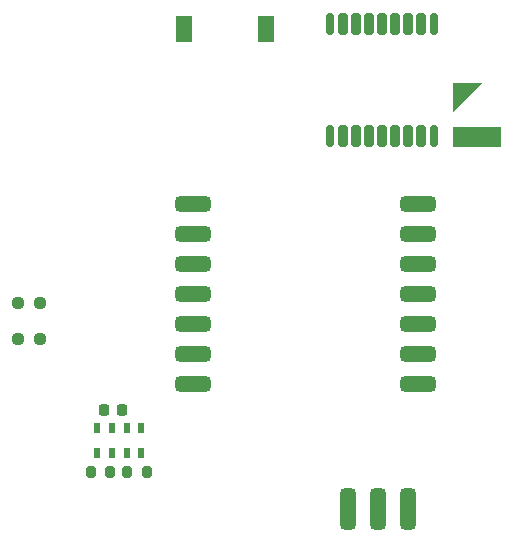
<source format=gbr>
%TF.GenerationSoftware,KiCad,Pcbnew,7.0.2*%
%TF.CreationDate,2023-10-17T14:13:15-04:00*%
%TF.ProjectId,BITSv5,42495453-7635-42e6-9b69-6361645f7063,rev?*%
%TF.SameCoordinates,Original*%
%TF.FileFunction,Paste,Bot*%
%TF.FilePolarity,Positive*%
%FSLAX46Y46*%
G04 Gerber Fmt 4.6, Leading zero omitted, Abs format (unit mm)*
G04 Created by KiCad (PCBNEW 7.0.2) date 2023-10-17 14:13:15*
%MOMM*%
%LPD*%
G01*
G04 APERTURE LIST*
G04 Aperture macros list*
%AMRoundRect*
0 Rectangle with rounded corners*
0 $1 Rounding radius*
0 $2 $3 $4 $5 $6 $7 $8 $9 X,Y pos of 4 corners*
0 Add a 4 corners polygon primitive as box body*
4,1,4,$2,$3,$4,$5,$6,$7,$8,$9,$2,$3,0*
0 Add four circle primitives for the rounded corners*
1,1,$1+$1,$2,$3*
1,1,$1+$1,$4,$5*
1,1,$1+$1,$6,$7*
1,1,$1+$1,$8,$9*
0 Add four rect primitives between the rounded corners*
20,1,$1+$1,$2,$3,$4,$5,0*
20,1,$1+$1,$4,$5,$6,$7,0*
20,1,$1+$1,$6,$7,$8,$9,0*
20,1,$1+$1,$8,$9,$2,$3,0*%
G04 Aperture macros list end*
%ADD10C,0.000100*%
%ADD11RoundRect,0.200000X0.200000X0.275000X-0.200000X0.275000X-0.200000X-0.275000X0.200000X-0.275000X0*%
%ADD12R,4.100000X1.700000*%
%ADD13R,0.550000X0.950000*%
%ADD14RoundRect,0.225000X-0.225000X-0.250000X0.225000X-0.250000X0.225000X0.250000X-0.225000X0.250000X0*%
%ADD15RoundRect,0.322500X-1.177500X-0.322500X1.177500X-0.322500X1.177500X0.322500X-1.177500X0.322500X0*%
%ADD16RoundRect,0.325000X-1.175000X-0.325000X1.175000X-0.325000X1.175000X0.325000X-1.175000X0.325000X0*%
%ADD17RoundRect,0.325000X-0.325000X1.425000X-0.325000X-1.425000X0.325000X-1.425000X0.325000X1.425000X0*%
%ADD18RoundRect,0.200000X-0.200000X-0.275000X0.200000X-0.275000X0.200000X0.275000X-0.200000X0.275000X0*%
%ADD19R,1.362800X2.259800*%
%ADD20RoundRect,0.237500X0.250000X0.237500X-0.250000X0.237500X-0.250000X-0.237500X0.250000X-0.237500X0*%
%ADD21RoundRect,0.237500X-0.250000X-0.237500X0.250000X-0.237500X0.250000X0.237500X-0.250000X0.237500X0*%
%ADD22RoundRect,0.175000X0.175000X-0.725000X0.175000X0.725000X-0.175000X0.725000X-0.175000X-0.725000X0*%
%ADD23RoundRect,0.200000X0.200000X-0.700000X0.200000X0.700000X-0.200000X0.700000X-0.200000X-0.700000X0*%
G04 APERTURE END LIST*
%TO.C,BT2*%
D10*
X145950000Y-51125000D02*
X145950000Y-48725000D01*
X148350000Y-48725000D01*
X145950000Y-51125000D01*
G36*
X145950000Y-51125000D02*
G01*
X145950000Y-48725000D01*
X148350000Y-48725000D01*
X145950000Y-51125000D01*
G37*
%TD*%
D11*
%TO.C,R9*%
X118375000Y-81675000D03*
X120025000Y-81675000D03*
%TD*%
D12*
%TO.C,BT2*%
X148000000Y-53275000D03*
%TD*%
D13*
%TO.C,U11*%
X115800000Y-77925000D03*
X117050000Y-77925000D03*
X118300000Y-77925000D03*
X119550000Y-77925000D03*
X119550000Y-80075000D03*
X118300000Y-80075000D03*
X117050000Y-80075000D03*
X115800000Y-80075000D03*
%TD*%
D14*
%TO.C,C29*%
X116350000Y-76375000D03*
X117900000Y-76375000D03*
%TD*%
D15*
%TO.C,U4*%
X123965000Y-74210000D03*
D16*
X123965000Y-71665000D03*
X123965000Y-69125000D03*
X123965000Y-66585000D03*
X123965000Y-64045000D03*
X123965000Y-61505000D03*
X123965000Y-58965000D03*
X142965000Y-58965000D03*
X142965000Y-61505000D03*
X142965000Y-64045000D03*
X142965000Y-66585000D03*
X142965000Y-69125000D03*
X142965000Y-71665000D03*
D15*
X142965000Y-74210000D03*
D17*
X142135000Y-84815000D03*
X139595000Y-84815000D03*
X137055000Y-84815000D03*
%TD*%
D18*
%TO.C,R6*%
X115275000Y-81675000D03*
X116925000Y-81675000D03*
%TD*%
D19*
%TO.C,AE1*%
X130101301Y-44155000D03*
X123175899Y-44155000D03*
%TD*%
D20*
%TO.C,R8*%
X110932600Y-70348102D03*
X109107600Y-70348102D03*
%TD*%
D21*
%TO.C,R7*%
X109107600Y-67348102D03*
X110932600Y-67348102D03*
%TD*%
D22*
%TO.C,U3*%
X144300000Y-53200000D03*
D23*
X143200000Y-53200000D03*
X142100000Y-53200000D03*
X141000000Y-53200000D03*
X139900000Y-53200000D03*
X138800000Y-53200000D03*
X137700000Y-53200000D03*
X136600000Y-53200000D03*
D22*
X135500000Y-53200000D03*
X135500000Y-43700000D03*
D23*
X136600000Y-43700000D03*
X137700000Y-43700000D03*
X138800000Y-43700000D03*
X139900000Y-43700000D03*
X141000000Y-43700000D03*
X142100000Y-43700000D03*
X143200000Y-43700000D03*
D22*
X144300000Y-43700000D03*
%TD*%
M02*

</source>
